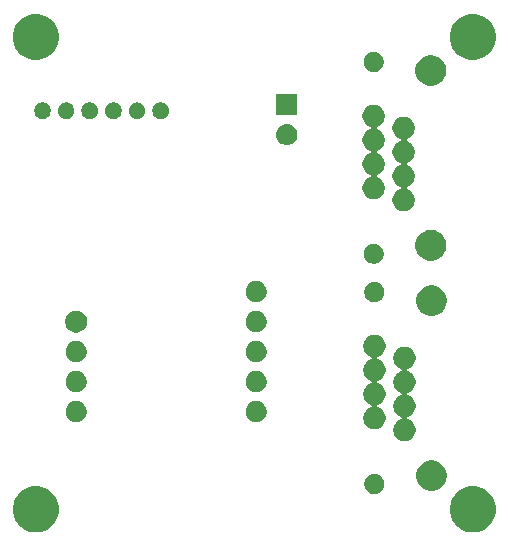
<source format=gbr>
G04 #@! TF.GenerationSoftware,KiCad,Pcbnew,(5.1.2)-1*
G04 #@! TF.CreationDate,2020-12-31T00:30:43+09:00*
G04 #@! TF.ProjectId,M5Atom_CAN_RJ45,4d354174-6f6d-45f4-9341-4e5f524a3435,rev?*
G04 #@! TF.SameCoordinates,Original*
G04 #@! TF.FileFunction,Soldermask,Top*
G04 #@! TF.FilePolarity,Negative*
%FSLAX46Y46*%
G04 Gerber Fmt 4.6, Leading zero omitted, Abs format (unit mm)*
G04 Created by KiCad (PCBNEW (5.1.2)-1) date 2020-12-31 00:30:43*
%MOMM*%
%LPD*%
G04 APERTURE LIST*
%ADD10C,0.100000*%
G04 APERTURE END LIST*
D10*
G36*
X174569085Y-119323975D02*
G01*
X174924143Y-119471045D01*
X174924145Y-119471046D01*
X175243690Y-119684559D01*
X175515441Y-119956310D01*
X175728954Y-120275855D01*
X175728955Y-120275857D01*
X175876025Y-120630915D01*
X175951000Y-121007842D01*
X175951000Y-121392158D01*
X175876025Y-121769085D01*
X175728955Y-122124143D01*
X175728954Y-122124145D01*
X175515441Y-122443690D01*
X175243690Y-122715441D01*
X174924145Y-122928954D01*
X174924144Y-122928955D01*
X174924143Y-122928955D01*
X174569085Y-123076025D01*
X174192158Y-123151000D01*
X173807842Y-123151000D01*
X173430915Y-123076025D01*
X173075857Y-122928955D01*
X173075856Y-122928955D01*
X173075855Y-122928954D01*
X172756310Y-122715441D01*
X172484559Y-122443690D01*
X172271046Y-122124145D01*
X172271045Y-122124143D01*
X172123975Y-121769085D01*
X172049000Y-121392158D01*
X172049000Y-121007842D01*
X172123975Y-120630915D01*
X172271045Y-120275857D01*
X172271046Y-120275855D01*
X172484559Y-119956310D01*
X172756310Y-119684559D01*
X173075855Y-119471046D01*
X173075857Y-119471045D01*
X173430915Y-119323975D01*
X173807842Y-119249000D01*
X174192158Y-119249000D01*
X174569085Y-119323975D01*
X174569085Y-119323975D01*
G37*
G36*
X137569086Y-119323975D02*
G01*
X137924144Y-119471045D01*
X137924146Y-119471046D01*
X138243691Y-119684559D01*
X138515442Y-119956310D01*
X138728955Y-120275855D01*
X138728956Y-120275857D01*
X138876026Y-120630915D01*
X138951001Y-121007842D01*
X138951001Y-121392158D01*
X138876026Y-121769085D01*
X138728956Y-122124143D01*
X138728955Y-122124145D01*
X138515442Y-122443690D01*
X138243691Y-122715441D01*
X137924146Y-122928954D01*
X137924145Y-122928955D01*
X137924144Y-122928955D01*
X137569086Y-123076025D01*
X137192159Y-123151000D01*
X136807843Y-123151000D01*
X136430916Y-123076025D01*
X136075858Y-122928955D01*
X136075857Y-122928955D01*
X136075856Y-122928954D01*
X135756311Y-122715441D01*
X135484560Y-122443690D01*
X135271047Y-122124145D01*
X135271046Y-122124143D01*
X135123976Y-121769085D01*
X135049001Y-121392158D01*
X135049001Y-121007842D01*
X135123976Y-120630915D01*
X135271046Y-120275857D01*
X135271047Y-120275855D01*
X135484560Y-119956310D01*
X135756311Y-119684559D01*
X136075856Y-119471046D01*
X136075858Y-119471045D01*
X136430916Y-119323975D01*
X136807843Y-119249000D01*
X137192159Y-119249000D01*
X137569086Y-119323975D01*
X137569086Y-119323975D01*
G37*
G36*
X165919228Y-118240703D02*
G01*
X166074100Y-118304853D01*
X166213481Y-118397985D01*
X166332015Y-118516519D01*
X166425147Y-118655900D01*
X166489297Y-118810772D01*
X166522000Y-118975184D01*
X166522000Y-119142816D01*
X166489297Y-119307228D01*
X166425147Y-119462100D01*
X166332015Y-119601481D01*
X166213481Y-119720015D01*
X166074100Y-119813147D01*
X165919228Y-119877297D01*
X165754816Y-119910000D01*
X165587184Y-119910000D01*
X165422772Y-119877297D01*
X165267900Y-119813147D01*
X165128519Y-119720015D01*
X165009985Y-119601481D01*
X164916853Y-119462100D01*
X164852703Y-119307228D01*
X164820000Y-119142816D01*
X164820000Y-118975184D01*
X164852703Y-118810772D01*
X164916853Y-118655900D01*
X165009985Y-118516519D01*
X165128519Y-118397985D01*
X165267900Y-118304853D01*
X165422772Y-118240703D01*
X165587184Y-118208000D01*
X165754816Y-118208000D01*
X165919228Y-118240703D01*
X165919228Y-118240703D01*
G37*
G36*
X170890487Y-117082996D02*
G01*
X171127253Y-117181068D01*
X171127255Y-117181069D01*
X171340339Y-117323447D01*
X171521553Y-117504661D01*
X171663932Y-117717747D01*
X171762004Y-117954513D01*
X171812000Y-118205861D01*
X171812000Y-118462139D01*
X171762004Y-118713487D01*
X171721707Y-118810772D01*
X171663931Y-118950255D01*
X171521553Y-119163339D01*
X171340339Y-119344553D01*
X171127255Y-119486931D01*
X171127254Y-119486932D01*
X171127253Y-119486932D01*
X170890487Y-119585004D01*
X170639139Y-119635000D01*
X170382861Y-119635000D01*
X170131513Y-119585004D01*
X169894747Y-119486932D01*
X169894746Y-119486932D01*
X169894745Y-119486931D01*
X169681661Y-119344553D01*
X169500447Y-119163339D01*
X169358069Y-118950255D01*
X169300293Y-118810772D01*
X169259996Y-118713487D01*
X169210000Y-118462139D01*
X169210000Y-118205861D01*
X169259996Y-117954513D01*
X169358068Y-117717747D01*
X169500447Y-117504661D01*
X169681661Y-117323447D01*
X169894745Y-117181069D01*
X169894747Y-117181068D01*
X170131513Y-117082996D01*
X170382861Y-117033000D01*
X170639139Y-117033000D01*
X170890487Y-117082996D01*
X170890487Y-117082996D01*
G37*
G36*
X168488395Y-107479546D02*
G01*
X168661466Y-107551234D01*
X168661467Y-107551235D01*
X168817227Y-107655310D01*
X168949690Y-107787773D01*
X168949691Y-107787775D01*
X169053766Y-107943534D01*
X169125454Y-108116605D01*
X169162000Y-108300333D01*
X169162000Y-108487667D01*
X169125454Y-108671395D01*
X169053766Y-108844466D01*
X169053765Y-108844467D01*
X168949690Y-109000227D01*
X168817227Y-109132690D01*
X168738818Y-109185081D01*
X168661466Y-109236766D01*
X168522045Y-109294516D01*
X168500434Y-109306067D01*
X168481492Y-109321612D01*
X168465947Y-109340554D01*
X168454396Y-109362165D01*
X168447283Y-109385614D01*
X168444881Y-109410000D01*
X168447283Y-109434386D01*
X168454396Y-109457835D01*
X168465947Y-109479446D01*
X168481492Y-109498388D01*
X168500434Y-109513933D01*
X168522045Y-109525484D01*
X168661466Y-109583234D01*
X168738818Y-109634919D01*
X168817227Y-109687310D01*
X168949690Y-109819773D01*
X168949691Y-109819775D01*
X169053766Y-109975534D01*
X169125454Y-110148605D01*
X169162000Y-110332333D01*
X169162000Y-110519667D01*
X169125454Y-110703395D01*
X169053766Y-110876466D01*
X169053765Y-110876467D01*
X168949690Y-111032227D01*
X168817227Y-111164690D01*
X168738818Y-111217081D01*
X168661466Y-111268766D01*
X168522045Y-111326516D01*
X168500434Y-111338067D01*
X168481492Y-111353612D01*
X168465947Y-111372554D01*
X168454396Y-111394165D01*
X168447283Y-111417614D01*
X168444881Y-111442000D01*
X168447283Y-111466386D01*
X168454396Y-111489835D01*
X168465947Y-111511446D01*
X168481492Y-111530388D01*
X168500434Y-111545933D01*
X168522045Y-111557484D01*
X168661466Y-111615234D01*
X168661467Y-111615235D01*
X168817227Y-111719310D01*
X168949690Y-111851773D01*
X168949691Y-111851775D01*
X169053766Y-112007534D01*
X169125454Y-112180605D01*
X169162000Y-112364333D01*
X169162000Y-112551667D01*
X169125454Y-112735395D01*
X169053766Y-112908466D01*
X169053765Y-112908467D01*
X168949690Y-113064227D01*
X168817227Y-113196690D01*
X168738818Y-113249081D01*
X168661466Y-113300766D01*
X168522045Y-113358516D01*
X168500434Y-113370067D01*
X168481492Y-113385612D01*
X168465947Y-113404554D01*
X168454396Y-113426165D01*
X168447283Y-113449614D01*
X168444881Y-113474000D01*
X168447283Y-113498386D01*
X168454396Y-113521835D01*
X168465947Y-113543446D01*
X168481492Y-113562388D01*
X168500434Y-113577933D01*
X168522045Y-113589484D01*
X168661466Y-113647234D01*
X168661467Y-113647235D01*
X168817227Y-113751310D01*
X168949690Y-113883773D01*
X168949691Y-113883775D01*
X169053766Y-114039534D01*
X169125454Y-114212605D01*
X169162000Y-114396333D01*
X169162000Y-114583667D01*
X169125454Y-114767395D01*
X169053766Y-114940466D01*
X169053765Y-114940467D01*
X168949690Y-115096227D01*
X168817227Y-115228690D01*
X168738818Y-115281081D01*
X168661466Y-115332766D01*
X168488395Y-115404454D01*
X168304667Y-115441000D01*
X168117333Y-115441000D01*
X167933605Y-115404454D01*
X167760534Y-115332766D01*
X167683182Y-115281081D01*
X167604773Y-115228690D01*
X167472310Y-115096227D01*
X167368235Y-114940467D01*
X167368234Y-114940466D01*
X167296546Y-114767395D01*
X167260000Y-114583667D01*
X167260000Y-114396333D01*
X167296546Y-114212605D01*
X167368234Y-114039534D01*
X167472309Y-113883775D01*
X167472310Y-113883773D01*
X167604773Y-113751310D01*
X167760533Y-113647235D01*
X167760534Y-113647234D01*
X167899955Y-113589484D01*
X167921566Y-113577933D01*
X167940508Y-113562388D01*
X167956053Y-113543446D01*
X167967604Y-113521835D01*
X167974717Y-113498386D01*
X167977119Y-113474000D01*
X167974717Y-113449614D01*
X167967604Y-113426165D01*
X167956053Y-113404554D01*
X167940508Y-113385612D01*
X167921566Y-113370067D01*
X167899955Y-113358516D01*
X167760534Y-113300766D01*
X167683182Y-113249081D01*
X167604773Y-113196690D01*
X167472310Y-113064227D01*
X167368235Y-112908467D01*
X167368234Y-112908466D01*
X167296546Y-112735395D01*
X167260000Y-112551667D01*
X167260000Y-112364333D01*
X167296546Y-112180605D01*
X167368234Y-112007534D01*
X167472309Y-111851775D01*
X167472310Y-111851773D01*
X167604773Y-111719310D01*
X167760533Y-111615235D01*
X167760534Y-111615234D01*
X167899955Y-111557484D01*
X167921566Y-111545933D01*
X167940508Y-111530388D01*
X167956053Y-111511446D01*
X167967604Y-111489835D01*
X167974717Y-111466386D01*
X167977119Y-111442000D01*
X167974717Y-111417614D01*
X167967604Y-111394165D01*
X167956053Y-111372554D01*
X167940508Y-111353612D01*
X167921566Y-111338067D01*
X167899955Y-111326516D01*
X167760534Y-111268766D01*
X167683182Y-111217081D01*
X167604773Y-111164690D01*
X167472310Y-111032227D01*
X167368235Y-110876467D01*
X167368234Y-110876466D01*
X167296546Y-110703395D01*
X167260000Y-110519667D01*
X167260000Y-110332333D01*
X167296546Y-110148605D01*
X167368234Y-109975534D01*
X167472309Y-109819775D01*
X167472310Y-109819773D01*
X167604773Y-109687310D01*
X167683182Y-109634919D01*
X167760534Y-109583234D01*
X167899955Y-109525484D01*
X167921566Y-109513933D01*
X167940508Y-109498388D01*
X167956053Y-109479446D01*
X167967604Y-109457835D01*
X167974717Y-109434386D01*
X167977119Y-109410000D01*
X167974717Y-109385614D01*
X167967604Y-109362165D01*
X167956053Y-109340554D01*
X167940508Y-109321612D01*
X167921566Y-109306067D01*
X167899955Y-109294516D01*
X167760534Y-109236766D01*
X167683182Y-109185081D01*
X167604773Y-109132690D01*
X167472310Y-109000227D01*
X167368235Y-108844467D01*
X167368234Y-108844466D01*
X167296546Y-108671395D01*
X167260000Y-108487667D01*
X167260000Y-108300333D01*
X167296546Y-108116605D01*
X167368234Y-107943534D01*
X167472309Y-107787775D01*
X167472310Y-107787773D01*
X167604773Y-107655310D01*
X167760533Y-107551235D01*
X167760534Y-107551234D01*
X167933605Y-107479546D01*
X168117333Y-107443000D01*
X168304667Y-107443000D01*
X168488395Y-107479546D01*
X168488395Y-107479546D01*
G37*
G36*
X165948395Y-106463546D02*
G01*
X166121466Y-106535234D01*
X166121467Y-106535235D01*
X166277227Y-106639310D01*
X166409690Y-106771773D01*
X166409691Y-106771775D01*
X166513766Y-106927534D01*
X166585454Y-107100605D01*
X166622000Y-107284333D01*
X166622000Y-107471667D01*
X166585454Y-107655395D01*
X166513766Y-107828466D01*
X166513765Y-107828467D01*
X166409690Y-107984227D01*
X166277227Y-108116690D01*
X166198818Y-108169081D01*
X166121466Y-108220766D01*
X165982045Y-108278516D01*
X165960434Y-108290067D01*
X165941492Y-108305612D01*
X165925947Y-108324554D01*
X165914396Y-108346165D01*
X165907283Y-108369614D01*
X165904881Y-108394000D01*
X165907283Y-108418386D01*
X165914396Y-108441835D01*
X165925947Y-108463446D01*
X165941492Y-108482388D01*
X165960434Y-108497933D01*
X165982045Y-108509484D01*
X166121466Y-108567234D01*
X166121467Y-108567235D01*
X166277227Y-108671310D01*
X166409690Y-108803773D01*
X166409691Y-108803775D01*
X166513766Y-108959534D01*
X166585454Y-109132605D01*
X166622000Y-109316333D01*
X166622000Y-109503667D01*
X166585454Y-109687395D01*
X166513766Y-109860466D01*
X166513765Y-109860467D01*
X166409690Y-110016227D01*
X166277227Y-110148690D01*
X166198818Y-110201081D01*
X166121466Y-110252766D01*
X165982045Y-110310516D01*
X165960434Y-110322067D01*
X165941492Y-110337612D01*
X165925947Y-110356554D01*
X165914396Y-110378165D01*
X165907283Y-110401614D01*
X165904881Y-110426000D01*
X165907283Y-110450386D01*
X165914396Y-110473835D01*
X165925947Y-110495446D01*
X165941492Y-110514388D01*
X165960434Y-110529933D01*
X165982045Y-110541484D01*
X166121466Y-110599234D01*
X166121467Y-110599235D01*
X166277227Y-110703310D01*
X166409690Y-110835773D01*
X166409691Y-110835775D01*
X166513766Y-110991534D01*
X166585454Y-111164605D01*
X166622000Y-111348333D01*
X166622000Y-111535667D01*
X166585454Y-111719395D01*
X166513766Y-111892466D01*
X166513765Y-111892467D01*
X166409690Y-112048227D01*
X166277227Y-112180690D01*
X166206202Y-112228147D01*
X166121466Y-112284766D01*
X165982045Y-112342516D01*
X165960434Y-112354067D01*
X165941492Y-112369612D01*
X165925947Y-112388554D01*
X165914396Y-112410165D01*
X165907283Y-112433614D01*
X165904881Y-112458000D01*
X165907283Y-112482386D01*
X165914396Y-112505835D01*
X165925947Y-112527446D01*
X165941492Y-112546388D01*
X165960434Y-112561933D01*
X165982045Y-112573484D01*
X166121466Y-112631234D01*
X166121467Y-112631235D01*
X166277227Y-112735310D01*
X166409690Y-112867773D01*
X166409691Y-112867775D01*
X166513766Y-113023534D01*
X166585454Y-113196605D01*
X166622000Y-113380333D01*
X166622000Y-113567667D01*
X166585454Y-113751395D01*
X166513766Y-113924466D01*
X166513765Y-113924467D01*
X166409690Y-114080227D01*
X166277227Y-114212690D01*
X166198818Y-114265081D01*
X166121466Y-114316766D01*
X165948395Y-114388454D01*
X165764667Y-114425000D01*
X165577333Y-114425000D01*
X165393605Y-114388454D01*
X165220534Y-114316766D01*
X165143182Y-114265081D01*
X165064773Y-114212690D01*
X164932310Y-114080227D01*
X164828235Y-113924467D01*
X164828234Y-113924466D01*
X164756546Y-113751395D01*
X164720000Y-113567667D01*
X164720000Y-113380333D01*
X164756546Y-113196605D01*
X164828234Y-113023534D01*
X164932309Y-112867775D01*
X164932310Y-112867773D01*
X165064773Y-112735310D01*
X165220533Y-112631235D01*
X165220534Y-112631234D01*
X165359955Y-112573484D01*
X165381566Y-112561933D01*
X165400508Y-112546388D01*
X165416053Y-112527446D01*
X165427604Y-112505835D01*
X165434717Y-112482386D01*
X165437119Y-112458000D01*
X165434717Y-112433614D01*
X165427604Y-112410165D01*
X165416053Y-112388554D01*
X165400508Y-112369612D01*
X165381566Y-112354067D01*
X165359955Y-112342516D01*
X165220534Y-112284766D01*
X165135798Y-112228147D01*
X165064773Y-112180690D01*
X164932310Y-112048227D01*
X164828235Y-111892467D01*
X164828234Y-111892466D01*
X164756546Y-111719395D01*
X164720000Y-111535667D01*
X164720000Y-111348333D01*
X164756546Y-111164605D01*
X164828234Y-110991534D01*
X164932309Y-110835775D01*
X164932310Y-110835773D01*
X165064773Y-110703310D01*
X165220533Y-110599235D01*
X165220534Y-110599234D01*
X165359955Y-110541484D01*
X165381566Y-110529933D01*
X165400508Y-110514388D01*
X165416053Y-110495446D01*
X165427604Y-110473835D01*
X165434717Y-110450386D01*
X165437119Y-110426000D01*
X165434717Y-110401614D01*
X165427604Y-110378165D01*
X165416053Y-110356554D01*
X165400508Y-110337612D01*
X165381566Y-110322067D01*
X165359955Y-110310516D01*
X165220534Y-110252766D01*
X165143182Y-110201081D01*
X165064773Y-110148690D01*
X164932310Y-110016227D01*
X164828235Y-109860467D01*
X164828234Y-109860466D01*
X164756546Y-109687395D01*
X164720000Y-109503667D01*
X164720000Y-109316333D01*
X164756546Y-109132605D01*
X164828234Y-108959534D01*
X164932309Y-108803775D01*
X164932310Y-108803773D01*
X165064773Y-108671310D01*
X165220533Y-108567235D01*
X165220534Y-108567234D01*
X165359955Y-108509484D01*
X165381566Y-108497933D01*
X165400508Y-108482388D01*
X165416053Y-108463446D01*
X165427604Y-108441835D01*
X165434717Y-108418386D01*
X165437119Y-108394000D01*
X165434717Y-108369614D01*
X165427604Y-108346165D01*
X165416053Y-108324554D01*
X165400508Y-108305612D01*
X165381566Y-108290067D01*
X165359955Y-108278516D01*
X165220534Y-108220766D01*
X165143182Y-108169081D01*
X165064773Y-108116690D01*
X164932310Y-107984227D01*
X164828235Y-107828467D01*
X164828234Y-107828466D01*
X164756546Y-107655395D01*
X164720000Y-107471667D01*
X164720000Y-107284333D01*
X164756546Y-107100605D01*
X164828234Y-106927534D01*
X164932309Y-106771775D01*
X164932310Y-106771773D01*
X165064773Y-106639310D01*
X165220533Y-106535235D01*
X165220534Y-106535234D01*
X165393605Y-106463546D01*
X165577333Y-106427000D01*
X165764667Y-106427000D01*
X165948395Y-106463546D01*
X165948395Y-106463546D01*
G37*
G36*
X155780512Y-112031927D02*
G01*
X155929812Y-112061624D01*
X156093784Y-112129544D01*
X156241354Y-112228147D01*
X156366853Y-112353646D01*
X156465456Y-112501216D01*
X156533376Y-112665188D01*
X156568000Y-112839259D01*
X156568000Y-113016741D01*
X156533376Y-113190812D01*
X156465456Y-113354784D01*
X156366853Y-113502354D01*
X156241354Y-113627853D01*
X156093784Y-113726456D01*
X155929812Y-113794376D01*
X155780512Y-113824073D01*
X155755742Y-113829000D01*
X155578258Y-113829000D01*
X155553488Y-113824073D01*
X155404188Y-113794376D01*
X155240216Y-113726456D01*
X155092646Y-113627853D01*
X154967147Y-113502354D01*
X154868544Y-113354784D01*
X154800624Y-113190812D01*
X154766000Y-113016741D01*
X154766000Y-112839259D01*
X154800624Y-112665188D01*
X154868544Y-112501216D01*
X154967147Y-112353646D01*
X155092646Y-112228147D01*
X155240216Y-112129544D01*
X155404188Y-112061624D01*
X155553488Y-112031927D01*
X155578258Y-112027000D01*
X155755742Y-112027000D01*
X155780512Y-112031927D01*
X155780512Y-112031927D01*
G37*
G36*
X140540512Y-112031927D02*
G01*
X140689812Y-112061624D01*
X140853784Y-112129544D01*
X141001354Y-112228147D01*
X141126853Y-112353646D01*
X141225456Y-112501216D01*
X141293376Y-112665188D01*
X141328000Y-112839259D01*
X141328000Y-113016741D01*
X141293376Y-113190812D01*
X141225456Y-113354784D01*
X141126853Y-113502354D01*
X141001354Y-113627853D01*
X140853784Y-113726456D01*
X140689812Y-113794376D01*
X140540512Y-113824073D01*
X140515742Y-113829000D01*
X140338258Y-113829000D01*
X140313488Y-113824073D01*
X140164188Y-113794376D01*
X140000216Y-113726456D01*
X139852646Y-113627853D01*
X139727147Y-113502354D01*
X139628544Y-113354784D01*
X139560624Y-113190812D01*
X139526000Y-113016741D01*
X139526000Y-112839259D01*
X139560624Y-112665188D01*
X139628544Y-112501216D01*
X139727147Y-112353646D01*
X139852646Y-112228147D01*
X140000216Y-112129544D01*
X140164188Y-112061624D01*
X140313488Y-112031927D01*
X140338258Y-112027000D01*
X140515742Y-112027000D01*
X140540512Y-112031927D01*
X140540512Y-112031927D01*
G37*
G36*
X155780512Y-109491927D02*
G01*
X155929812Y-109521624D01*
X156093784Y-109589544D01*
X156241354Y-109688147D01*
X156366853Y-109813646D01*
X156465456Y-109961216D01*
X156533376Y-110125188D01*
X156568000Y-110299259D01*
X156568000Y-110476741D01*
X156533376Y-110650812D01*
X156465456Y-110814784D01*
X156366853Y-110962354D01*
X156241354Y-111087853D01*
X156093784Y-111186456D01*
X155929812Y-111254376D01*
X155780512Y-111284073D01*
X155755742Y-111289000D01*
X155578258Y-111289000D01*
X155553488Y-111284073D01*
X155404188Y-111254376D01*
X155240216Y-111186456D01*
X155092646Y-111087853D01*
X154967147Y-110962354D01*
X154868544Y-110814784D01*
X154800624Y-110650812D01*
X154766000Y-110476741D01*
X154766000Y-110299259D01*
X154800624Y-110125188D01*
X154868544Y-109961216D01*
X154967147Y-109813646D01*
X155092646Y-109688147D01*
X155240216Y-109589544D01*
X155404188Y-109521624D01*
X155553488Y-109491927D01*
X155578258Y-109487000D01*
X155755742Y-109487000D01*
X155780512Y-109491927D01*
X155780512Y-109491927D01*
G37*
G36*
X140540512Y-109491927D02*
G01*
X140689812Y-109521624D01*
X140853784Y-109589544D01*
X141001354Y-109688147D01*
X141126853Y-109813646D01*
X141225456Y-109961216D01*
X141293376Y-110125188D01*
X141328000Y-110299259D01*
X141328000Y-110476741D01*
X141293376Y-110650812D01*
X141225456Y-110814784D01*
X141126853Y-110962354D01*
X141001354Y-111087853D01*
X140853784Y-111186456D01*
X140689812Y-111254376D01*
X140540512Y-111284073D01*
X140515742Y-111289000D01*
X140338258Y-111289000D01*
X140313488Y-111284073D01*
X140164188Y-111254376D01*
X140000216Y-111186456D01*
X139852646Y-111087853D01*
X139727147Y-110962354D01*
X139628544Y-110814784D01*
X139560624Y-110650812D01*
X139526000Y-110476741D01*
X139526000Y-110299259D01*
X139560624Y-110125188D01*
X139628544Y-109961216D01*
X139727147Y-109813646D01*
X139852646Y-109688147D01*
X140000216Y-109589544D01*
X140164188Y-109521624D01*
X140313488Y-109491927D01*
X140338258Y-109487000D01*
X140515742Y-109487000D01*
X140540512Y-109491927D01*
X140540512Y-109491927D01*
G37*
G36*
X155780512Y-106951927D02*
G01*
X155929812Y-106981624D01*
X156093784Y-107049544D01*
X156241354Y-107148147D01*
X156366853Y-107273646D01*
X156465456Y-107421216D01*
X156533376Y-107585188D01*
X156568000Y-107759259D01*
X156568000Y-107936741D01*
X156533376Y-108110812D01*
X156465456Y-108274784D01*
X156366853Y-108422354D01*
X156241354Y-108547853D01*
X156093784Y-108646456D01*
X155929812Y-108714376D01*
X155780512Y-108744073D01*
X155755742Y-108749000D01*
X155578258Y-108749000D01*
X155553488Y-108744073D01*
X155404188Y-108714376D01*
X155240216Y-108646456D01*
X155092646Y-108547853D01*
X154967147Y-108422354D01*
X154868544Y-108274784D01*
X154800624Y-108110812D01*
X154766000Y-107936741D01*
X154766000Y-107759259D01*
X154800624Y-107585188D01*
X154868544Y-107421216D01*
X154967147Y-107273646D01*
X155092646Y-107148147D01*
X155240216Y-107049544D01*
X155404188Y-106981624D01*
X155553488Y-106951927D01*
X155578258Y-106947000D01*
X155755742Y-106947000D01*
X155780512Y-106951927D01*
X155780512Y-106951927D01*
G37*
G36*
X140540512Y-106951927D02*
G01*
X140689812Y-106981624D01*
X140853784Y-107049544D01*
X141001354Y-107148147D01*
X141126853Y-107273646D01*
X141225456Y-107421216D01*
X141293376Y-107585188D01*
X141328000Y-107759259D01*
X141328000Y-107936741D01*
X141293376Y-108110812D01*
X141225456Y-108274784D01*
X141126853Y-108422354D01*
X141001354Y-108547853D01*
X140853784Y-108646456D01*
X140689812Y-108714376D01*
X140540512Y-108744073D01*
X140515742Y-108749000D01*
X140338258Y-108749000D01*
X140313488Y-108744073D01*
X140164188Y-108714376D01*
X140000216Y-108646456D01*
X139852646Y-108547853D01*
X139727147Y-108422354D01*
X139628544Y-108274784D01*
X139560624Y-108110812D01*
X139526000Y-107936741D01*
X139526000Y-107759259D01*
X139560624Y-107585188D01*
X139628544Y-107421216D01*
X139727147Y-107273646D01*
X139852646Y-107148147D01*
X140000216Y-107049544D01*
X140164188Y-106981624D01*
X140313488Y-106951927D01*
X140338258Y-106947000D01*
X140515742Y-106947000D01*
X140540512Y-106951927D01*
X140540512Y-106951927D01*
G37*
G36*
X140700925Y-104404988D02*
G01*
X140871829Y-104475779D01*
X140871831Y-104475780D01*
X141025641Y-104578553D01*
X141156447Y-104709359D01*
X141206992Y-104785004D01*
X141259221Y-104863171D01*
X141330012Y-105034075D01*
X141366100Y-105215505D01*
X141366100Y-105400495D01*
X141330012Y-105581925D01*
X141259221Y-105752829D01*
X141259220Y-105752831D01*
X141156447Y-105906641D01*
X141025641Y-106037447D01*
X140871831Y-106140220D01*
X140871830Y-106140221D01*
X140871829Y-106140221D01*
X140700925Y-106211012D01*
X140519495Y-106247100D01*
X140334505Y-106247100D01*
X140153075Y-106211012D01*
X139982171Y-106140221D01*
X139982170Y-106140221D01*
X139982169Y-106140220D01*
X139828359Y-106037447D01*
X139697553Y-105906641D01*
X139594780Y-105752831D01*
X139594779Y-105752829D01*
X139523988Y-105581925D01*
X139487900Y-105400495D01*
X139487900Y-105215505D01*
X139523988Y-105034075D01*
X139594779Y-104863171D01*
X139647009Y-104785004D01*
X139697553Y-104709359D01*
X139828359Y-104578553D01*
X139982169Y-104475780D01*
X139982171Y-104475779D01*
X140153075Y-104404988D01*
X140334505Y-104368900D01*
X140519495Y-104368900D01*
X140700925Y-104404988D01*
X140700925Y-104404988D01*
G37*
G36*
X155780512Y-104411927D02*
G01*
X155929812Y-104441624D01*
X156093784Y-104509544D01*
X156241354Y-104608147D01*
X156366853Y-104733646D01*
X156465456Y-104881216D01*
X156533376Y-105045188D01*
X156568000Y-105219259D01*
X156568000Y-105396741D01*
X156533376Y-105570812D01*
X156465456Y-105734784D01*
X156366853Y-105882354D01*
X156241354Y-106007853D01*
X156093784Y-106106456D01*
X155929812Y-106174376D01*
X155780512Y-106204073D01*
X155755742Y-106209000D01*
X155578258Y-106209000D01*
X155553488Y-106204073D01*
X155404188Y-106174376D01*
X155240216Y-106106456D01*
X155092646Y-106007853D01*
X154967147Y-105882354D01*
X154868544Y-105734784D01*
X154800624Y-105570812D01*
X154766000Y-105396741D01*
X154766000Y-105219259D01*
X154800624Y-105045188D01*
X154868544Y-104881216D01*
X154967147Y-104733646D01*
X155092646Y-104608147D01*
X155240216Y-104509544D01*
X155404188Y-104441624D01*
X155553488Y-104411927D01*
X155578258Y-104407000D01*
X155755742Y-104407000D01*
X155780512Y-104411927D01*
X155780512Y-104411927D01*
G37*
G36*
X170890487Y-102282996D02*
G01*
X171127253Y-102381068D01*
X171127255Y-102381069D01*
X171313012Y-102505188D01*
X171340339Y-102523447D01*
X171521553Y-102704661D01*
X171663932Y-102917747D01*
X171762004Y-103154513D01*
X171812000Y-103405861D01*
X171812000Y-103662139D01*
X171762004Y-103913487D01*
X171663932Y-104150253D01*
X171663931Y-104150255D01*
X171521553Y-104363339D01*
X171340339Y-104544553D01*
X171127255Y-104686931D01*
X171127254Y-104686932D01*
X171127253Y-104686932D01*
X170890487Y-104785004D01*
X170639139Y-104835000D01*
X170382861Y-104835000D01*
X170131513Y-104785004D01*
X169894747Y-104686932D01*
X169894746Y-104686932D01*
X169894745Y-104686931D01*
X169681661Y-104544553D01*
X169500447Y-104363339D01*
X169358069Y-104150255D01*
X169358068Y-104150253D01*
X169259996Y-103913487D01*
X169210000Y-103662139D01*
X169210000Y-103405861D01*
X169259996Y-103154513D01*
X169358068Y-102917747D01*
X169500447Y-102704661D01*
X169681661Y-102523447D01*
X169708988Y-102505188D01*
X169894745Y-102381069D01*
X169894747Y-102381068D01*
X170131513Y-102282996D01*
X170382861Y-102233000D01*
X170639139Y-102233000D01*
X170890487Y-102282996D01*
X170890487Y-102282996D01*
G37*
G36*
X155780512Y-101871927D02*
G01*
X155929812Y-101901624D01*
X156093784Y-101969544D01*
X156241354Y-102068147D01*
X156366853Y-102193646D01*
X156465456Y-102341216D01*
X156533376Y-102505188D01*
X156568000Y-102679259D01*
X156568000Y-102856741D01*
X156533376Y-103030812D01*
X156465456Y-103194784D01*
X156366853Y-103342354D01*
X156241354Y-103467853D01*
X156093784Y-103566456D01*
X155929812Y-103634376D01*
X155790234Y-103662139D01*
X155755742Y-103669000D01*
X155578258Y-103669000D01*
X155543766Y-103662139D01*
X155404188Y-103634376D01*
X155240216Y-103566456D01*
X155092646Y-103467853D01*
X154967147Y-103342354D01*
X154868544Y-103194784D01*
X154800624Y-103030812D01*
X154766000Y-102856741D01*
X154766000Y-102679259D01*
X154800624Y-102505188D01*
X154868544Y-102341216D01*
X154967147Y-102193646D01*
X155092646Y-102068147D01*
X155240216Y-101969544D01*
X155404188Y-101901624D01*
X155553488Y-101871927D01*
X155578258Y-101867000D01*
X155755742Y-101867000D01*
X155780512Y-101871927D01*
X155780512Y-101871927D01*
G37*
G36*
X165919228Y-101990703D02*
G01*
X166074100Y-102054853D01*
X166213481Y-102147985D01*
X166332015Y-102266519D01*
X166425147Y-102405900D01*
X166489297Y-102560772D01*
X166522000Y-102725184D01*
X166522000Y-102892816D01*
X166489297Y-103057228D01*
X166425147Y-103212100D01*
X166332015Y-103351481D01*
X166213481Y-103470015D01*
X166074100Y-103563147D01*
X165919228Y-103627297D01*
X165754816Y-103660000D01*
X165587184Y-103660000D01*
X165422772Y-103627297D01*
X165267900Y-103563147D01*
X165128519Y-103470015D01*
X165009985Y-103351481D01*
X164916853Y-103212100D01*
X164852703Y-103057228D01*
X164820000Y-102892816D01*
X164820000Y-102725184D01*
X164852703Y-102560772D01*
X164916853Y-102405900D01*
X165009985Y-102266519D01*
X165128519Y-102147985D01*
X165267900Y-102054853D01*
X165422772Y-101990703D01*
X165587184Y-101958000D01*
X165754816Y-101958000D01*
X165919228Y-101990703D01*
X165919228Y-101990703D01*
G37*
G36*
X165856228Y-98746703D02*
G01*
X166011100Y-98810853D01*
X166150481Y-98903985D01*
X166269015Y-99022519D01*
X166362147Y-99161900D01*
X166426297Y-99316772D01*
X166459000Y-99481184D01*
X166459000Y-99648816D01*
X166426297Y-99813228D01*
X166362147Y-99968100D01*
X166269015Y-100107481D01*
X166150481Y-100226015D01*
X166011100Y-100319147D01*
X165856228Y-100383297D01*
X165691816Y-100416000D01*
X165524184Y-100416000D01*
X165359772Y-100383297D01*
X165204900Y-100319147D01*
X165065519Y-100226015D01*
X164946985Y-100107481D01*
X164853853Y-99968100D01*
X164789703Y-99813228D01*
X164757000Y-99648816D01*
X164757000Y-99481184D01*
X164789703Y-99316772D01*
X164853853Y-99161900D01*
X164946985Y-99022519D01*
X165065519Y-98903985D01*
X165204900Y-98810853D01*
X165359772Y-98746703D01*
X165524184Y-98714000D01*
X165691816Y-98714000D01*
X165856228Y-98746703D01*
X165856228Y-98746703D01*
G37*
G36*
X170827487Y-97588996D02*
G01*
X171064253Y-97687068D01*
X171064255Y-97687069D01*
X171277339Y-97829447D01*
X171458553Y-98010661D01*
X171600932Y-98223747D01*
X171699004Y-98460513D01*
X171749000Y-98711861D01*
X171749000Y-98968139D01*
X171699004Y-99219487D01*
X171658707Y-99316772D01*
X171600931Y-99456255D01*
X171458553Y-99669339D01*
X171277339Y-99850553D01*
X171064255Y-99992931D01*
X171064254Y-99992932D01*
X171064253Y-99992932D01*
X170827487Y-100091004D01*
X170576139Y-100141000D01*
X170319861Y-100141000D01*
X170068513Y-100091004D01*
X169831747Y-99992932D01*
X169831746Y-99992932D01*
X169831745Y-99992931D01*
X169618661Y-99850553D01*
X169437447Y-99669339D01*
X169295069Y-99456255D01*
X169237293Y-99316772D01*
X169196996Y-99219487D01*
X169147000Y-98968139D01*
X169147000Y-98711861D01*
X169196996Y-98460513D01*
X169295068Y-98223747D01*
X169437447Y-98010661D01*
X169618661Y-97829447D01*
X169831745Y-97687069D01*
X169831747Y-97687068D01*
X170068513Y-97588996D01*
X170319861Y-97539000D01*
X170576139Y-97539000D01*
X170827487Y-97588996D01*
X170827487Y-97588996D01*
G37*
G36*
X168425395Y-87985546D02*
G01*
X168598466Y-88057234D01*
X168598467Y-88057235D01*
X168754227Y-88161310D01*
X168886690Y-88293773D01*
X168886691Y-88293775D01*
X168990766Y-88449534D01*
X169062454Y-88622605D01*
X169099000Y-88806333D01*
X169099000Y-88993667D01*
X169062454Y-89177395D01*
X168990766Y-89350466D01*
X168990765Y-89350467D01*
X168886690Y-89506227D01*
X168754227Y-89638690D01*
X168740106Y-89648125D01*
X168598466Y-89742766D01*
X168459045Y-89800516D01*
X168437434Y-89812067D01*
X168418492Y-89827612D01*
X168402947Y-89846554D01*
X168391396Y-89868165D01*
X168384283Y-89891614D01*
X168381881Y-89916000D01*
X168384283Y-89940386D01*
X168391396Y-89963835D01*
X168402947Y-89985446D01*
X168418492Y-90004388D01*
X168437434Y-90019933D01*
X168459045Y-90031484D01*
X168598466Y-90089234D01*
X168675818Y-90140919D01*
X168754227Y-90193310D01*
X168886690Y-90325773D01*
X168886691Y-90325775D01*
X168990766Y-90481534D01*
X169062454Y-90654605D01*
X169099000Y-90838333D01*
X169099000Y-91025667D01*
X169062454Y-91209395D01*
X168990766Y-91382466D01*
X168990765Y-91382467D01*
X168886690Y-91538227D01*
X168754227Y-91670690D01*
X168675818Y-91723081D01*
X168598466Y-91774766D01*
X168459045Y-91832516D01*
X168437434Y-91844067D01*
X168418492Y-91859612D01*
X168402947Y-91878554D01*
X168391396Y-91900165D01*
X168384283Y-91923614D01*
X168381881Y-91948000D01*
X168384283Y-91972386D01*
X168391396Y-91995835D01*
X168402947Y-92017446D01*
X168418492Y-92036388D01*
X168437434Y-92051933D01*
X168459045Y-92063484D01*
X168598466Y-92121234D01*
X168598467Y-92121235D01*
X168754227Y-92225310D01*
X168886690Y-92357773D01*
X168886691Y-92357775D01*
X168990766Y-92513534D01*
X169062454Y-92686605D01*
X169099000Y-92870333D01*
X169099000Y-93057667D01*
X169062454Y-93241395D01*
X168990766Y-93414466D01*
X168990765Y-93414467D01*
X168886690Y-93570227D01*
X168754227Y-93702690D01*
X168675818Y-93755081D01*
X168598466Y-93806766D01*
X168459045Y-93864516D01*
X168437434Y-93876067D01*
X168418492Y-93891612D01*
X168402947Y-93910554D01*
X168391396Y-93932165D01*
X168384283Y-93955614D01*
X168381881Y-93980000D01*
X168384283Y-94004386D01*
X168391396Y-94027835D01*
X168402947Y-94049446D01*
X168418492Y-94068388D01*
X168437434Y-94083933D01*
X168459045Y-94095484D01*
X168598466Y-94153234D01*
X168598467Y-94153235D01*
X168754227Y-94257310D01*
X168886690Y-94389773D01*
X168886691Y-94389775D01*
X168990766Y-94545534D01*
X169062454Y-94718605D01*
X169099000Y-94902333D01*
X169099000Y-95089667D01*
X169062454Y-95273395D01*
X168990766Y-95446466D01*
X168990765Y-95446467D01*
X168886690Y-95602227D01*
X168754227Y-95734690D01*
X168675818Y-95787081D01*
X168598466Y-95838766D01*
X168425395Y-95910454D01*
X168241667Y-95947000D01*
X168054333Y-95947000D01*
X167870605Y-95910454D01*
X167697534Y-95838766D01*
X167620182Y-95787081D01*
X167541773Y-95734690D01*
X167409310Y-95602227D01*
X167305235Y-95446467D01*
X167305234Y-95446466D01*
X167233546Y-95273395D01*
X167197000Y-95089667D01*
X167197000Y-94902333D01*
X167233546Y-94718605D01*
X167305234Y-94545534D01*
X167409309Y-94389775D01*
X167409310Y-94389773D01*
X167541773Y-94257310D01*
X167697533Y-94153235D01*
X167697534Y-94153234D01*
X167836955Y-94095484D01*
X167858566Y-94083933D01*
X167877508Y-94068388D01*
X167893053Y-94049446D01*
X167904604Y-94027835D01*
X167911717Y-94004386D01*
X167914119Y-93980000D01*
X167911717Y-93955614D01*
X167904604Y-93932165D01*
X167893053Y-93910554D01*
X167877508Y-93891612D01*
X167858566Y-93876067D01*
X167836955Y-93864516D01*
X167697534Y-93806766D01*
X167620182Y-93755081D01*
X167541773Y-93702690D01*
X167409310Y-93570227D01*
X167305235Y-93414467D01*
X167305234Y-93414466D01*
X167233546Y-93241395D01*
X167197000Y-93057667D01*
X167197000Y-92870333D01*
X167233546Y-92686605D01*
X167305234Y-92513534D01*
X167409309Y-92357775D01*
X167409310Y-92357773D01*
X167541773Y-92225310D01*
X167697533Y-92121235D01*
X167697534Y-92121234D01*
X167836955Y-92063484D01*
X167858566Y-92051933D01*
X167877508Y-92036388D01*
X167893053Y-92017446D01*
X167904604Y-91995835D01*
X167911717Y-91972386D01*
X167914119Y-91948000D01*
X167911717Y-91923614D01*
X167904604Y-91900165D01*
X167893053Y-91878554D01*
X167877508Y-91859612D01*
X167858566Y-91844067D01*
X167836955Y-91832516D01*
X167697534Y-91774766D01*
X167620182Y-91723081D01*
X167541773Y-91670690D01*
X167409310Y-91538227D01*
X167305235Y-91382467D01*
X167305234Y-91382466D01*
X167233546Y-91209395D01*
X167197000Y-91025667D01*
X167197000Y-90838333D01*
X167233546Y-90654605D01*
X167305234Y-90481534D01*
X167409309Y-90325775D01*
X167409310Y-90325773D01*
X167541773Y-90193310D01*
X167620182Y-90140919D01*
X167697534Y-90089234D01*
X167836955Y-90031484D01*
X167858566Y-90019933D01*
X167877508Y-90004388D01*
X167893053Y-89985446D01*
X167904604Y-89963835D01*
X167911717Y-89940386D01*
X167914119Y-89916000D01*
X167911717Y-89891614D01*
X167904604Y-89868165D01*
X167893053Y-89846554D01*
X167877508Y-89827612D01*
X167858566Y-89812067D01*
X167836955Y-89800516D01*
X167697534Y-89742766D01*
X167555894Y-89648125D01*
X167541773Y-89638690D01*
X167409310Y-89506227D01*
X167305235Y-89350467D01*
X167305234Y-89350466D01*
X167233546Y-89177395D01*
X167197000Y-88993667D01*
X167197000Y-88806333D01*
X167233546Y-88622605D01*
X167305234Y-88449534D01*
X167409309Y-88293775D01*
X167409310Y-88293773D01*
X167541773Y-88161310D01*
X167697533Y-88057235D01*
X167697534Y-88057234D01*
X167870605Y-87985546D01*
X168054333Y-87949000D01*
X168241667Y-87949000D01*
X168425395Y-87985546D01*
X168425395Y-87985546D01*
G37*
G36*
X165885395Y-86969546D02*
G01*
X166058466Y-87041234D01*
X166058467Y-87041235D01*
X166214227Y-87145310D01*
X166346690Y-87277773D01*
X166346691Y-87277775D01*
X166450766Y-87433534D01*
X166522454Y-87606605D01*
X166559000Y-87790333D01*
X166559000Y-87977667D01*
X166522454Y-88161395D01*
X166450766Y-88334466D01*
X166450765Y-88334467D01*
X166346690Y-88490227D01*
X166214227Y-88622690D01*
X166195718Y-88635057D01*
X166058466Y-88726766D01*
X165919045Y-88784516D01*
X165897434Y-88796067D01*
X165878492Y-88811612D01*
X165862947Y-88830554D01*
X165851396Y-88852165D01*
X165844283Y-88875614D01*
X165841881Y-88900000D01*
X165844283Y-88924386D01*
X165851396Y-88947835D01*
X165862947Y-88969446D01*
X165878492Y-88988388D01*
X165897434Y-89003933D01*
X165919045Y-89015484D01*
X166058466Y-89073234D01*
X166058467Y-89073235D01*
X166214227Y-89177310D01*
X166346690Y-89309773D01*
X166346691Y-89309775D01*
X166450766Y-89465534D01*
X166522454Y-89638605D01*
X166559000Y-89822333D01*
X166559000Y-90009667D01*
X166522454Y-90193395D01*
X166450766Y-90366466D01*
X166450765Y-90366467D01*
X166346690Y-90522227D01*
X166214227Y-90654690D01*
X166135818Y-90707081D01*
X166058466Y-90758766D01*
X165919045Y-90816516D01*
X165897434Y-90828067D01*
X165878492Y-90843612D01*
X165862947Y-90862554D01*
X165851396Y-90884165D01*
X165844283Y-90907614D01*
X165841881Y-90932000D01*
X165844283Y-90956386D01*
X165851396Y-90979835D01*
X165862947Y-91001446D01*
X165878492Y-91020388D01*
X165897434Y-91035933D01*
X165919045Y-91047484D01*
X166058466Y-91105234D01*
X166058467Y-91105235D01*
X166214227Y-91209310D01*
X166346690Y-91341773D01*
X166346691Y-91341775D01*
X166450766Y-91497534D01*
X166522454Y-91670605D01*
X166559000Y-91854333D01*
X166559000Y-92041667D01*
X166522454Y-92225395D01*
X166450766Y-92398466D01*
X166450765Y-92398467D01*
X166346690Y-92554227D01*
X166214227Y-92686690D01*
X166135818Y-92739081D01*
X166058466Y-92790766D01*
X165919045Y-92848516D01*
X165897434Y-92860067D01*
X165878492Y-92875612D01*
X165862947Y-92894554D01*
X165851396Y-92916165D01*
X165844283Y-92939614D01*
X165841881Y-92964000D01*
X165844283Y-92988386D01*
X165851396Y-93011835D01*
X165862947Y-93033446D01*
X165878492Y-93052388D01*
X165897434Y-93067933D01*
X165919045Y-93079484D01*
X166058466Y-93137234D01*
X166058467Y-93137235D01*
X166214227Y-93241310D01*
X166346690Y-93373773D01*
X166346691Y-93373775D01*
X166450766Y-93529534D01*
X166522454Y-93702605D01*
X166559000Y-93886333D01*
X166559000Y-94073667D01*
X166522454Y-94257395D01*
X166450766Y-94430466D01*
X166450765Y-94430467D01*
X166346690Y-94586227D01*
X166214227Y-94718690D01*
X166135818Y-94771081D01*
X166058466Y-94822766D01*
X165885395Y-94894454D01*
X165701667Y-94931000D01*
X165514333Y-94931000D01*
X165330605Y-94894454D01*
X165157534Y-94822766D01*
X165080182Y-94771081D01*
X165001773Y-94718690D01*
X164869310Y-94586227D01*
X164765235Y-94430467D01*
X164765234Y-94430466D01*
X164693546Y-94257395D01*
X164657000Y-94073667D01*
X164657000Y-93886333D01*
X164693546Y-93702605D01*
X164765234Y-93529534D01*
X164869309Y-93373775D01*
X164869310Y-93373773D01*
X165001773Y-93241310D01*
X165157533Y-93137235D01*
X165157534Y-93137234D01*
X165296955Y-93079484D01*
X165318566Y-93067933D01*
X165337508Y-93052388D01*
X165353053Y-93033446D01*
X165364604Y-93011835D01*
X165371717Y-92988386D01*
X165374119Y-92964000D01*
X165371717Y-92939614D01*
X165364604Y-92916165D01*
X165353053Y-92894554D01*
X165337508Y-92875612D01*
X165318566Y-92860067D01*
X165296955Y-92848516D01*
X165157534Y-92790766D01*
X165080182Y-92739081D01*
X165001773Y-92686690D01*
X164869310Y-92554227D01*
X164765235Y-92398467D01*
X164765234Y-92398466D01*
X164693546Y-92225395D01*
X164657000Y-92041667D01*
X164657000Y-91854333D01*
X164693546Y-91670605D01*
X164765234Y-91497534D01*
X164869309Y-91341775D01*
X164869310Y-91341773D01*
X165001773Y-91209310D01*
X165157533Y-91105235D01*
X165157534Y-91105234D01*
X165296955Y-91047484D01*
X165318566Y-91035933D01*
X165337508Y-91020388D01*
X165353053Y-91001446D01*
X165364604Y-90979835D01*
X165371717Y-90956386D01*
X165374119Y-90932000D01*
X165371717Y-90907614D01*
X165364604Y-90884165D01*
X165353053Y-90862554D01*
X165337508Y-90843612D01*
X165318566Y-90828067D01*
X165296955Y-90816516D01*
X165157534Y-90758766D01*
X165080182Y-90707081D01*
X165001773Y-90654690D01*
X164869310Y-90522227D01*
X164765235Y-90366467D01*
X164765234Y-90366466D01*
X164693546Y-90193395D01*
X164657000Y-90009667D01*
X164657000Y-89822333D01*
X164693546Y-89638605D01*
X164765234Y-89465534D01*
X164869309Y-89309775D01*
X164869310Y-89309773D01*
X165001773Y-89177310D01*
X165157533Y-89073235D01*
X165157534Y-89073234D01*
X165296955Y-89015484D01*
X165318566Y-89003933D01*
X165337508Y-88988388D01*
X165353053Y-88969446D01*
X165364604Y-88947835D01*
X165371717Y-88924386D01*
X165374119Y-88900000D01*
X165371717Y-88875614D01*
X165364604Y-88852165D01*
X165353053Y-88830554D01*
X165337508Y-88811612D01*
X165318566Y-88796067D01*
X165296955Y-88784516D01*
X165157534Y-88726766D01*
X165020282Y-88635057D01*
X165001773Y-88622690D01*
X164869310Y-88490227D01*
X164765235Y-88334467D01*
X164765234Y-88334466D01*
X164693546Y-88161395D01*
X164657000Y-87977667D01*
X164657000Y-87790333D01*
X164693546Y-87606605D01*
X164765234Y-87433534D01*
X164869309Y-87277775D01*
X164869310Y-87277773D01*
X165001773Y-87145310D01*
X165157533Y-87041235D01*
X165157534Y-87041234D01*
X165330605Y-86969546D01*
X165514333Y-86933000D01*
X165701667Y-86933000D01*
X165885395Y-86969546D01*
X165885395Y-86969546D01*
G37*
G36*
X158352443Y-88577019D02*
G01*
X158418627Y-88583537D01*
X158588466Y-88635057D01*
X158744991Y-88718722D01*
X158780729Y-88748052D01*
X158882186Y-88831314D01*
X158938554Y-88900000D01*
X158994778Y-88968509D01*
X159078443Y-89125034D01*
X159129963Y-89294873D01*
X159147359Y-89471500D01*
X159129963Y-89648127D01*
X159078443Y-89817966D01*
X158994778Y-89974491D01*
X158989436Y-89981000D01*
X158882186Y-90111686D01*
X158782727Y-90193309D01*
X158744991Y-90224278D01*
X158588466Y-90307943D01*
X158418627Y-90359463D01*
X158352443Y-90365981D01*
X158286260Y-90372500D01*
X158197740Y-90372500D01*
X158131557Y-90365981D01*
X158065373Y-90359463D01*
X157895534Y-90307943D01*
X157739009Y-90224278D01*
X157701273Y-90193309D01*
X157601814Y-90111686D01*
X157494564Y-89981000D01*
X157489222Y-89974491D01*
X157405557Y-89817966D01*
X157354037Y-89648127D01*
X157336641Y-89471500D01*
X157354037Y-89294873D01*
X157405557Y-89125034D01*
X157489222Y-88968509D01*
X157545446Y-88900000D01*
X157601814Y-88831314D01*
X157703271Y-88748052D01*
X157739009Y-88718722D01*
X157895534Y-88635057D01*
X158065373Y-88583537D01*
X158131557Y-88577019D01*
X158197740Y-88570500D01*
X158286260Y-88570500D01*
X158352443Y-88577019D01*
X158352443Y-88577019D01*
G37*
G36*
X145778473Y-86765438D02*
G01*
X145906049Y-86818282D01*
X146020859Y-86894995D01*
X146118505Y-86992641D01*
X146195218Y-87107451D01*
X146248062Y-87235027D01*
X146275000Y-87370456D01*
X146275000Y-87508544D01*
X146248062Y-87643973D01*
X146195218Y-87771549D01*
X146118505Y-87886359D01*
X146020859Y-87984005D01*
X145906049Y-88060718D01*
X145778473Y-88113562D01*
X145643044Y-88140500D01*
X145504956Y-88140500D01*
X145369527Y-88113562D01*
X145241951Y-88060718D01*
X145127141Y-87984005D01*
X145029495Y-87886359D01*
X144952782Y-87771549D01*
X144899938Y-87643973D01*
X144873000Y-87508544D01*
X144873000Y-87370456D01*
X144899938Y-87235027D01*
X144952782Y-87107451D01*
X145029495Y-86992641D01*
X145127141Y-86894995D01*
X145241951Y-86818282D01*
X145369527Y-86765438D01*
X145504956Y-86738500D01*
X145643044Y-86738500D01*
X145778473Y-86765438D01*
X145778473Y-86765438D01*
G37*
G36*
X137778473Y-86765438D02*
G01*
X137906049Y-86818282D01*
X138020859Y-86894995D01*
X138118505Y-86992641D01*
X138195218Y-87107451D01*
X138248062Y-87235027D01*
X138275000Y-87370456D01*
X138275000Y-87508544D01*
X138248062Y-87643973D01*
X138195218Y-87771549D01*
X138118505Y-87886359D01*
X138020859Y-87984005D01*
X137906049Y-88060718D01*
X137778473Y-88113562D01*
X137643044Y-88140500D01*
X137504956Y-88140500D01*
X137369527Y-88113562D01*
X137241951Y-88060718D01*
X137127141Y-87984005D01*
X137029495Y-87886359D01*
X136952782Y-87771549D01*
X136899938Y-87643973D01*
X136873000Y-87508544D01*
X136873000Y-87370456D01*
X136899938Y-87235027D01*
X136952782Y-87107451D01*
X137029495Y-86992641D01*
X137127141Y-86894995D01*
X137241951Y-86818282D01*
X137369527Y-86765438D01*
X137504956Y-86738500D01*
X137643044Y-86738500D01*
X137778473Y-86765438D01*
X137778473Y-86765438D01*
G37*
G36*
X139778473Y-86765438D02*
G01*
X139906049Y-86818282D01*
X140020859Y-86894995D01*
X140118505Y-86992641D01*
X140195218Y-87107451D01*
X140248062Y-87235027D01*
X140275000Y-87370456D01*
X140275000Y-87508544D01*
X140248062Y-87643973D01*
X140195218Y-87771549D01*
X140118505Y-87886359D01*
X140020859Y-87984005D01*
X139906049Y-88060718D01*
X139778473Y-88113562D01*
X139643044Y-88140500D01*
X139504956Y-88140500D01*
X139369527Y-88113562D01*
X139241951Y-88060718D01*
X139127141Y-87984005D01*
X139029495Y-87886359D01*
X138952782Y-87771549D01*
X138899938Y-87643973D01*
X138873000Y-87508544D01*
X138873000Y-87370456D01*
X138899938Y-87235027D01*
X138952782Y-87107451D01*
X139029495Y-86992641D01*
X139127141Y-86894995D01*
X139241951Y-86818282D01*
X139369527Y-86765438D01*
X139504956Y-86738500D01*
X139643044Y-86738500D01*
X139778473Y-86765438D01*
X139778473Y-86765438D01*
G37*
G36*
X141778473Y-86765438D02*
G01*
X141906049Y-86818282D01*
X142020859Y-86894995D01*
X142118505Y-86992641D01*
X142195218Y-87107451D01*
X142248062Y-87235027D01*
X142275000Y-87370456D01*
X142275000Y-87508544D01*
X142248062Y-87643973D01*
X142195218Y-87771549D01*
X142118505Y-87886359D01*
X142020859Y-87984005D01*
X141906049Y-88060718D01*
X141778473Y-88113562D01*
X141643044Y-88140500D01*
X141504956Y-88140500D01*
X141369527Y-88113562D01*
X141241951Y-88060718D01*
X141127141Y-87984005D01*
X141029495Y-87886359D01*
X140952782Y-87771549D01*
X140899938Y-87643973D01*
X140873000Y-87508544D01*
X140873000Y-87370456D01*
X140899938Y-87235027D01*
X140952782Y-87107451D01*
X141029495Y-86992641D01*
X141127141Y-86894995D01*
X141241951Y-86818282D01*
X141369527Y-86765438D01*
X141504956Y-86738500D01*
X141643044Y-86738500D01*
X141778473Y-86765438D01*
X141778473Y-86765438D01*
G37*
G36*
X143778473Y-86765438D02*
G01*
X143906049Y-86818282D01*
X144020859Y-86894995D01*
X144118505Y-86992641D01*
X144195218Y-87107451D01*
X144248062Y-87235027D01*
X144275000Y-87370456D01*
X144275000Y-87508544D01*
X144248062Y-87643973D01*
X144195218Y-87771549D01*
X144118505Y-87886359D01*
X144020859Y-87984005D01*
X143906049Y-88060718D01*
X143778473Y-88113562D01*
X143643044Y-88140500D01*
X143504956Y-88140500D01*
X143369527Y-88113562D01*
X143241951Y-88060718D01*
X143127141Y-87984005D01*
X143029495Y-87886359D01*
X142952782Y-87771549D01*
X142899938Y-87643973D01*
X142873000Y-87508544D01*
X142873000Y-87370456D01*
X142899938Y-87235027D01*
X142952782Y-87107451D01*
X143029495Y-86992641D01*
X143127141Y-86894995D01*
X143241951Y-86818282D01*
X143369527Y-86765438D01*
X143504956Y-86738500D01*
X143643044Y-86738500D01*
X143778473Y-86765438D01*
X143778473Y-86765438D01*
G37*
G36*
X147778473Y-86765438D02*
G01*
X147906049Y-86818282D01*
X148020859Y-86894995D01*
X148118505Y-86992641D01*
X148195218Y-87107451D01*
X148248062Y-87235027D01*
X148275000Y-87370456D01*
X148275000Y-87508544D01*
X148248062Y-87643973D01*
X148195218Y-87771549D01*
X148118505Y-87886359D01*
X148020859Y-87984005D01*
X147906049Y-88060718D01*
X147778473Y-88113562D01*
X147643044Y-88140500D01*
X147504956Y-88140500D01*
X147369527Y-88113562D01*
X147241951Y-88060718D01*
X147127141Y-87984005D01*
X147029495Y-87886359D01*
X146952782Y-87771549D01*
X146899938Y-87643973D01*
X146873000Y-87508544D01*
X146873000Y-87370456D01*
X146899938Y-87235027D01*
X146952782Y-87107451D01*
X147029495Y-86992641D01*
X147127141Y-86894995D01*
X147241951Y-86818282D01*
X147369527Y-86765438D01*
X147504956Y-86738500D01*
X147643044Y-86738500D01*
X147778473Y-86765438D01*
X147778473Y-86765438D01*
G37*
G36*
X159143000Y-87832500D02*
G01*
X157341000Y-87832500D01*
X157341000Y-86030500D01*
X159143000Y-86030500D01*
X159143000Y-87832500D01*
X159143000Y-87832500D01*
G37*
G36*
X170827487Y-82788996D02*
G01*
X171064253Y-82887068D01*
X171064255Y-82887069D01*
X171126942Y-82928955D01*
X171277339Y-83029447D01*
X171458553Y-83210661D01*
X171600932Y-83423747D01*
X171699004Y-83660513D01*
X171749000Y-83911861D01*
X171749000Y-84168139D01*
X171699004Y-84419487D01*
X171600932Y-84656253D01*
X171600931Y-84656255D01*
X171458553Y-84869339D01*
X171277339Y-85050553D01*
X171064255Y-85192931D01*
X171064254Y-85192932D01*
X171064253Y-85192932D01*
X170827487Y-85291004D01*
X170576139Y-85341000D01*
X170319861Y-85341000D01*
X170068513Y-85291004D01*
X169831747Y-85192932D01*
X169831746Y-85192932D01*
X169831745Y-85192931D01*
X169618661Y-85050553D01*
X169437447Y-84869339D01*
X169295069Y-84656255D01*
X169295068Y-84656253D01*
X169196996Y-84419487D01*
X169147000Y-84168139D01*
X169147000Y-83911861D01*
X169196996Y-83660513D01*
X169295068Y-83423747D01*
X169437447Y-83210661D01*
X169618661Y-83029447D01*
X169769058Y-82928955D01*
X169831745Y-82887069D01*
X169831747Y-82887068D01*
X170068513Y-82788996D01*
X170319861Y-82739000D01*
X170576139Y-82739000D01*
X170827487Y-82788996D01*
X170827487Y-82788996D01*
G37*
G36*
X165856228Y-82496703D02*
G01*
X166011100Y-82560853D01*
X166150481Y-82653985D01*
X166269015Y-82772519D01*
X166362147Y-82911900D01*
X166426297Y-83066772D01*
X166459000Y-83231184D01*
X166459000Y-83398816D01*
X166426297Y-83563228D01*
X166362147Y-83718100D01*
X166269015Y-83857481D01*
X166150481Y-83976015D01*
X166011100Y-84069147D01*
X165856228Y-84133297D01*
X165691816Y-84166000D01*
X165524184Y-84166000D01*
X165359772Y-84133297D01*
X165204900Y-84069147D01*
X165065519Y-83976015D01*
X164946985Y-83857481D01*
X164853853Y-83718100D01*
X164789703Y-83563228D01*
X164757000Y-83398816D01*
X164757000Y-83231184D01*
X164789703Y-83066772D01*
X164853853Y-82911900D01*
X164946985Y-82772519D01*
X165065519Y-82653985D01*
X165204900Y-82560853D01*
X165359772Y-82496703D01*
X165524184Y-82464000D01*
X165691816Y-82464000D01*
X165856228Y-82496703D01*
X165856228Y-82496703D01*
G37*
G36*
X174569085Y-79323976D02*
G01*
X174924143Y-79471046D01*
X174924145Y-79471047D01*
X175243690Y-79684560D01*
X175515441Y-79956311D01*
X175728954Y-80275856D01*
X175728955Y-80275858D01*
X175876025Y-80630916D01*
X175951000Y-81007843D01*
X175951000Y-81392159D01*
X175876025Y-81769086D01*
X175728955Y-82124144D01*
X175728954Y-82124146D01*
X175515441Y-82443691D01*
X175243690Y-82715442D01*
X174924145Y-82928955D01*
X174924144Y-82928956D01*
X174924143Y-82928956D01*
X174569085Y-83076026D01*
X174192158Y-83151001D01*
X173807842Y-83151001D01*
X173430915Y-83076026D01*
X173075857Y-82928956D01*
X173075856Y-82928956D01*
X173075855Y-82928955D01*
X172756310Y-82715442D01*
X172484559Y-82443691D01*
X172271046Y-82124146D01*
X172271045Y-82124144D01*
X172123975Y-81769086D01*
X172049000Y-81392159D01*
X172049000Y-81007843D01*
X172123975Y-80630916D01*
X172271045Y-80275858D01*
X172271046Y-80275856D01*
X172484559Y-79956311D01*
X172756310Y-79684560D01*
X173075855Y-79471047D01*
X173075857Y-79471046D01*
X173430915Y-79323976D01*
X173807842Y-79249001D01*
X174192158Y-79249001D01*
X174569085Y-79323976D01*
X174569085Y-79323976D01*
G37*
G36*
X137569086Y-79323976D02*
G01*
X137924144Y-79471046D01*
X137924146Y-79471047D01*
X138243691Y-79684560D01*
X138515442Y-79956311D01*
X138728955Y-80275856D01*
X138728956Y-80275858D01*
X138876026Y-80630916D01*
X138951001Y-81007843D01*
X138951001Y-81392159D01*
X138876026Y-81769086D01*
X138728956Y-82124144D01*
X138728955Y-82124146D01*
X138515442Y-82443691D01*
X138243691Y-82715442D01*
X137924146Y-82928955D01*
X137924145Y-82928956D01*
X137924144Y-82928956D01*
X137569086Y-83076026D01*
X137192159Y-83151001D01*
X136807843Y-83151001D01*
X136430916Y-83076026D01*
X136075858Y-82928956D01*
X136075857Y-82928956D01*
X136075856Y-82928955D01*
X135756311Y-82715442D01*
X135484560Y-82443691D01*
X135271047Y-82124146D01*
X135271046Y-82124144D01*
X135123976Y-81769086D01*
X135049001Y-81392159D01*
X135049001Y-81007843D01*
X135123976Y-80630916D01*
X135271046Y-80275858D01*
X135271047Y-80275856D01*
X135484560Y-79956311D01*
X135756311Y-79684560D01*
X136075856Y-79471047D01*
X136075858Y-79471046D01*
X136430916Y-79323976D01*
X136807843Y-79249001D01*
X137192159Y-79249001D01*
X137569086Y-79323976D01*
X137569086Y-79323976D01*
G37*
M02*

</source>
